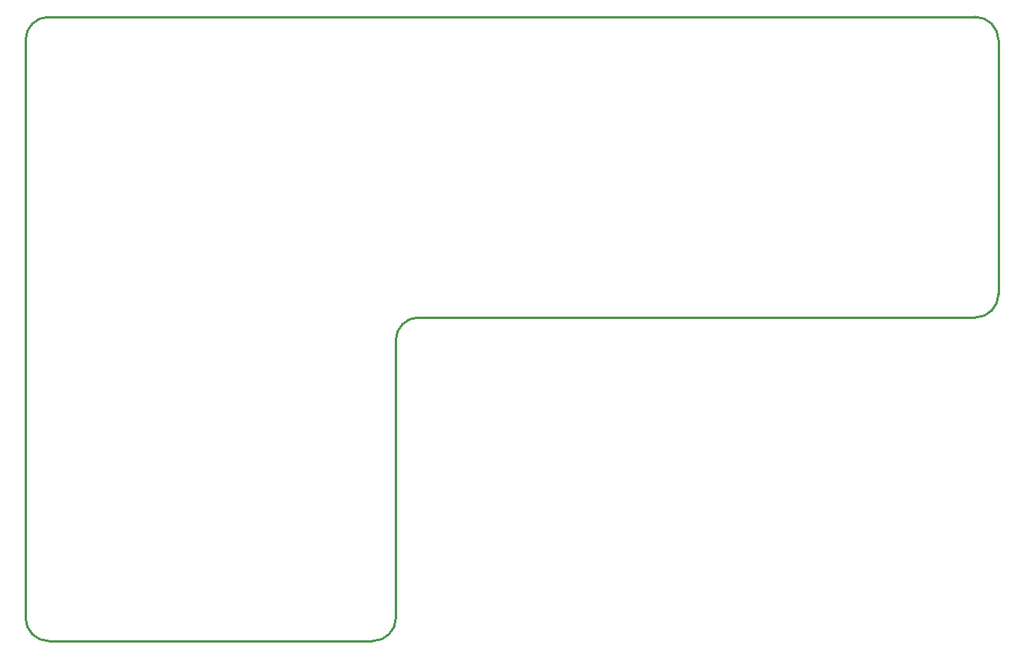
<source format=gko>
G04 Layer: BoardOutlineLayer*
G04 EasyEDA v6.5.22, 2022-12-04 20:31:14*
G04 182cb613c9664d73b7f9de34f776aa3b,1ae14fa7f5aa486887b2aa5280da83c0,10*
G04 Gerber Generator version 0.2*
G04 Scale: 100 percent, Rotated: No, Reflected: No *
G04 Dimensions in millimeters *
G04 leading zeros omitted , absolute positions ,4 integer and 5 decimal *
%FSLAX45Y45*%
%MOMM*%

%ADD10C,0.2540*%
D10*
X508000Y4737100D02*
G01*
X508000Y9144000D01*
X762000Y9398000D02*
G01*
X10934700Y9398000D01*
X508000Y2794000D02*
G01*
X508000Y4737100D01*
X4318000Y2540000D02*
G01*
X762000Y2540000D01*
X4570729Y5842000D02*
G01*
X4572000Y2794000D01*
X10934700Y6096000D02*
G01*
X4826000Y6097270D01*
X11188700Y9144000D02*
G01*
X11188700Y6350000D01*
G75*
G01*
X4826000Y6097267D02*
G03*
X4570733Y5842000I0J-255267D01*
G75*
G01*
X762000Y9399267D02*
G03*
X506733Y9144000I0J-255267D01*
G75*
G01*
X11188700Y9144000D02*
G03*
X10933433Y9399267I-255267J0D01*
G75*
G01*
X10934700Y6096000D02*
G03*
X11189967Y6351267I0J255267D01*
G75*
G01*
X4318000Y2540000D02*
G03*
X4573267Y2795267I0J255267D01*
G75*
G01*
X508000Y2794000D02*
G03*
X763267Y2538733I255267J0D01*

%LPD*%
M02*

</source>
